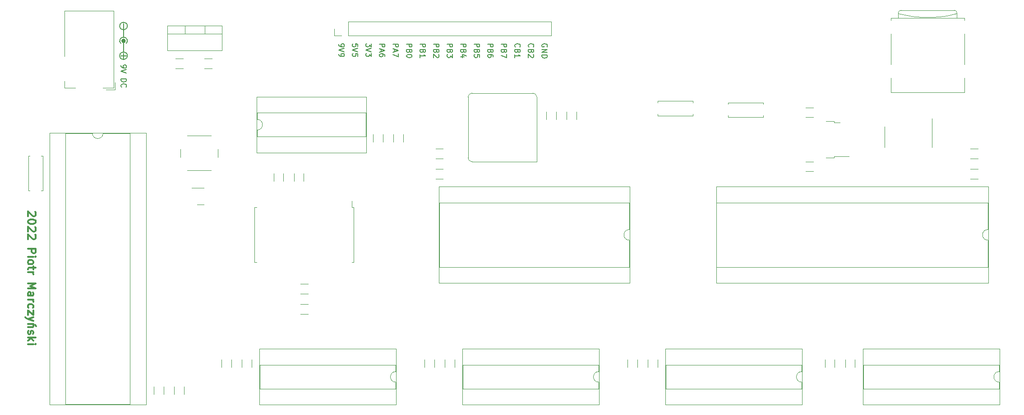
<source format=gbr>
%TF.GenerationSoftware,KiCad,Pcbnew,(6.0.5)*%
%TF.CreationDate,2022-09-15T01:10:35+02:00*%
%TF.ProjectId,65816 computer,36353831-3620-4636-9f6d-70757465722e,rev?*%
%TF.SameCoordinates,Original*%
%TF.FileFunction,Legend,Top*%
%TF.FilePolarity,Positive*%
%FSLAX46Y46*%
G04 Gerber Fmt 4.6, Leading zero omitted, Abs format (unit mm)*
G04 Created by KiCad (PCBNEW (6.0.5)) date 2022-09-15 01:10:35*
%MOMM*%
%LPD*%
G01*
G04 APERTURE LIST*
%ADD10C,0.150000*%
%ADD11C,0.413691*%
%ADD12C,0.300000*%
%ADD13C,0.120000*%
G04 APERTURE END LIST*
D10*
X45466000Y-47289721D02*
X45466000Y-45974000D01*
X45974000Y-48514000D02*
G75*
G03*
X44958000Y-48514000I-508000J506700D01*
G01*
X46184420Y-45212000D02*
G75*
G03*
X46184420Y-45212000I-718420J0D01*
G01*
X45974000Y-50800000D02*
X44958000Y-50800000D01*
X45466000Y-50292000D02*
X45466000Y-51308000D01*
D11*
X45672845Y-48006000D02*
G75*
G03*
X45672845Y-48006000I-206845J0D01*
G01*
D10*
X45466000Y-48007300D02*
X45466000Y-50038000D01*
X45466000Y-44704000D02*
X45466000Y-45720000D01*
X46184420Y-50800000D02*
G75*
G03*
X46184420Y-50800000I-718420J0D01*
G01*
X124960000Y-49119404D02*
X125007619Y-49024166D01*
X125007619Y-48881309D01*
X124960000Y-48738452D01*
X124864761Y-48643214D01*
X124769523Y-48595595D01*
X124579047Y-48547976D01*
X124436190Y-48547976D01*
X124245714Y-48595595D01*
X124150476Y-48643214D01*
X124055238Y-48738452D01*
X124007619Y-48881309D01*
X124007619Y-48976547D01*
X124055238Y-49119404D01*
X124102857Y-49167023D01*
X124436190Y-49167023D01*
X124436190Y-48976547D01*
X124007619Y-49595595D02*
X125007619Y-49595595D01*
X124007619Y-50167023D01*
X125007619Y-50167023D01*
X124007619Y-50643214D02*
X125007619Y-50643214D01*
X125007619Y-50881309D01*
X124960000Y-51024166D01*
X124864761Y-51119404D01*
X124769523Y-51167023D01*
X124579047Y-51214642D01*
X124436190Y-51214642D01*
X124245714Y-51167023D01*
X124150476Y-51119404D01*
X124055238Y-51024166D01*
X124007619Y-50881309D01*
X124007619Y-50643214D01*
X108767619Y-48595595D02*
X109767619Y-48595595D01*
X109767619Y-48976547D01*
X109720000Y-49071785D01*
X109672380Y-49119404D01*
X109577142Y-49167023D01*
X109434285Y-49167023D01*
X109339047Y-49119404D01*
X109291428Y-49071785D01*
X109243809Y-48976547D01*
X109243809Y-48595595D01*
X109291428Y-49928928D02*
X109243809Y-50071785D01*
X109196190Y-50119404D01*
X109100952Y-50167023D01*
X108958095Y-50167023D01*
X108862857Y-50119404D01*
X108815238Y-50071785D01*
X108767619Y-49976547D01*
X108767619Y-49595595D01*
X109767619Y-49595595D01*
X109767619Y-49928928D01*
X109720000Y-50024166D01*
X109672380Y-50071785D01*
X109577142Y-50119404D01*
X109481904Y-50119404D01*
X109386666Y-50071785D01*
X109339047Y-50024166D01*
X109291428Y-49928928D01*
X109291428Y-49595595D01*
X109434285Y-51024166D02*
X108767619Y-51024166D01*
X109815238Y-50786071D02*
X109100952Y-50547976D01*
X109100952Y-51167023D01*
X101147619Y-48595595D02*
X102147619Y-48595595D01*
X102147619Y-48976547D01*
X102100000Y-49071785D01*
X102052380Y-49119404D01*
X101957142Y-49167023D01*
X101814285Y-49167023D01*
X101719047Y-49119404D01*
X101671428Y-49071785D01*
X101623809Y-48976547D01*
X101623809Y-48595595D01*
X101671428Y-49928928D02*
X101623809Y-50071785D01*
X101576190Y-50119404D01*
X101480952Y-50167023D01*
X101338095Y-50167023D01*
X101242857Y-50119404D01*
X101195238Y-50071785D01*
X101147619Y-49976547D01*
X101147619Y-49595595D01*
X102147619Y-49595595D01*
X102147619Y-49928928D01*
X102100000Y-50024166D01*
X102052380Y-50071785D01*
X101957142Y-50119404D01*
X101861904Y-50119404D01*
X101766666Y-50071785D01*
X101719047Y-50024166D01*
X101671428Y-49928928D01*
X101671428Y-49595595D01*
X101147619Y-51119404D02*
X101147619Y-50547976D01*
X101147619Y-50833690D02*
X102147619Y-50833690D01*
X102004761Y-50738452D01*
X101909523Y-50643214D01*
X101861904Y-50547976D01*
X121562857Y-49167023D02*
X121515238Y-49119404D01*
X121467619Y-48976547D01*
X121467619Y-48881309D01*
X121515238Y-48738452D01*
X121610476Y-48643214D01*
X121705714Y-48595595D01*
X121896190Y-48547976D01*
X122039047Y-48547976D01*
X122229523Y-48595595D01*
X122324761Y-48643214D01*
X122420000Y-48738452D01*
X122467619Y-48881309D01*
X122467619Y-48976547D01*
X122420000Y-49119404D01*
X122372380Y-49167023D01*
X121991428Y-49928928D02*
X121943809Y-50071785D01*
X121896190Y-50119404D01*
X121800952Y-50167023D01*
X121658095Y-50167023D01*
X121562857Y-50119404D01*
X121515238Y-50071785D01*
X121467619Y-49976547D01*
X121467619Y-49595595D01*
X122467619Y-49595595D01*
X122467619Y-49928928D01*
X122420000Y-50024166D01*
X122372380Y-50071785D01*
X122277142Y-50119404D01*
X122181904Y-50119404D01*
X122086666Y-50071785D01*
X122039047Y-50024166D01*
X121991428Y-49928928D01*
X121991428Y-49595595D01*
X122372380Y-50547976D02*
X122420000Y-50595595D01*
X122467619Y-50690833D01*
X122467619Y-50928928D01*
X122420000Y-51024166D01*
X122372380Y-51071785D01*
X122277142Y-51119404D01*
X122181904Y-51119404D01*
X122039047Y-51071785D01*
X121467619Y-50500357D01*
X121467619Y-51119404D01*
X91987619Y-48500357D02*
X91987619Y-49119404D01*
X91606666Y-48786071D01*
X91606666Y-48928928D01*
X91559047Y-49024166D01*
X91511428Y-49071785D01*
X91416190Y-49119404D01*
X91178095Y-49119404D01*
X91082857Y-49071785D01*
X91035238Y-49024166D01*
X90987619Y-48928928D01*
X90987619Y-48643214D01*
X91035238Y-48547976D01*
X91082857Y-48500357D01*
X91987619Y-49405119D02*
X90987619Y-49738452D01*
X91987619Y-50071785D01*
X91987619Y-50309880D02*
X91987619Y-50928928D01*
X91606666Y-50595595D01*
X91606666Y-50738452D01*
X91559047Y-50833690D01*
X91511428Y-50881309D01*
X91416190Y-50928928D01*
X91178095Y-50928928D01*
X91082857Y-50881309D01*
X91035238Y-50833690D01*
X90987619Y-50738452D01*
X90987619Y-50452738D01*
X91035238Y-50357500D01*
X91082857Y-50309880D01*
X85907619Y-48643214D02*
X85907619Y-48833690D01*
X85955238Y-48928928D01*
X86002857Y-48976547D01*
X86145714Y-49071785D01*
X86336190Y-49119404D01*
X86717142Y-49119404D01*
X86812380Y-49071785D01*
X86860000Y-49024166D01*
X86907619Y-48928928D01*
X86907619Y-48738452D01*
X86860000Y-48643214D01*
X86812380Y-48595595D01*
X86717142Y-48547976D01*
X86479047Y-48547976D01*
X86383809Y-48595595D01*
X86336190Y-48643214D01*
X86288571Y-48738452D01*
X86288571Y-48928928D01*
X86336190Y-49024166D01*
X86383809Y-49071785D01*
X86479047Y-49119404D01*
X86907619Y-49405119D02*
X85907619Y-49738452D01*
X86907619Y-50071785D01*
X85907619Y-50452738D02*
X85907619Y-50643214D01*
X85955238Y-50738452D01*
X86002857Y-50786071D01*
X86145714Y-50881309D01*
X86336190Y-50928928D01*
X86717142Y-50928928D01*
X86812380Y-50881309D01*
X86860000Y-50833690D01*
X86907619Y-50738452D01*
X86907619Y-50547976D01*
X86860000Y-50452738D01*
X86812380Y-50405119D01*
X86717142Y-50357500D01*
X86479047Y-50357500D01*
X86383809Y-50405119D01*
X86336190Y-50452738D01*
X86288571Y-50547976D01*
X86288571Y-50738452D01*
X86336190Y-50833690D01*
X86383809Y-50881309D01*
X86479047Y-50928928D01*
X93527619Y-48595595D02*
X94527619Y-48595595D01*
X94527619Y-48976547D01*
X94480000Y-49071785D01*
X94432380Y-49119404D01*
X94337142Y-49167023D01*
X94194285Y-49167023D01*
X94099047Y-49119404D01*
X94051428Y-49071785D01*
X94003809Y-48976547D01*
X94003809Y-48595595D01*
X93813333Y-49547976D02*
X93813333Y-50024166D01*
X93527619Y-49452738D02*
X94527619Y-49786071D01*
X93527619Y-50119404D01*
X94527619Y-50881309D02*
X94527619Y-50690833D01*
X94480000Y-50595595D01*
X94432380Y-50547976D01*
X94289523Y-50452738D01*
X94099047Y-50405119D01*
X93718095Y-50405119D01*
X93622857Y-50452738D01*
X93575238Y-50500357D01*
X93527619Y-50595595D01*
X93527619Y-50786071D01*
X93575238Y-50881309D01*
X93622857Y-50928928D01*
X93718095Y-50976547D01*
X93956190Y-50976547D01*
X94051428Y-50928928D01*
X94099047Y-50881309D01*
X94146666Y-50786071D01*
X94146666Y-50595595D01*
X94099047Y-50500357D01*
X94051428Y-50452738D01*
X93956190Y-50405119D01*
X45013619Y-52610000D02*
X45013619Y-52800476D01*
X45061238Y-52895714D01*
X45108857Y-52943333D01*
X45251714Y-53038571D01*
X45442190Y-53086190D01*
X45823142Y-53086190D01*
X45918380Y-53038571D01*
X45966000Y-52990952D01*
X46013619Y-52895714D01*
X46013619Y-52705238D01*
X45966000Y-52610000D01*
X45918380Y-52562380D01*
X45823142Y-52514761D01*
X45585047Y-52514761D01*
X45489809Y-52562380D01*
X45442190Y-52610000D01*
X45394571Y-52705238D01*
X45394571Y-52895714D01*
X45442190Y-52990952D01*
X45489809Y-53038571D01*
X45585047Y-53086190D01*
X46013619Y-53371904D02*
X45013619Y-53705238D01*
X46013619Y-54038571D01*
X45013619Y-55133809D02*
X46013619Y-55133809D01*
X46013619Y-55371904D01*
X45966000Y-55514761D01*
X45870761Y-55610000D01*
X45775523Y-55657619D01*
X45585047Y-55705238D01*
X45442190Y-55705238D01*
X45251714Y-55657619D01*
X45156476Y-55610000D01*
X45061238Y-55514761D01*
X45013619Y-55371904D01*
X45013619Y-55133809D01*
X45108857Y-56705238D02*
X45061238Y-56657619D01*
X45013619Y-56514761D01*
X45013619Y-56419523D01*
X45061238Y-56276666D01*
X45156476Y-56181428D01*
X45251714Y-56133809D01*
X45442190Y-56086190D01*
X45585047Y-56086190D01*
X45775523Y-56133809D01*
X45870761Y-56181428D01*
X45966000Y-56276666D01*
X46013619Y-56419523D01*
X46013619Y-56514761D01*
X45966000Y-56657619D01*
X45918380Y-56705238D01*
X111307619Y-48595595D02*
X112307619Y-48595595D01*
X112307619Y-48976547D01*
X112260000Y-49071785D01*
X112212380Y-49119404D01*
X112117142Y-49167023D01*
X111974285Y-49167023D01*
X111879047Y-49119404D01*
X111831428Y-49071785D01*
X111783809Y-48976547D01*
X111783809Y-48595595D01*
X111831428Y-49928928D02*
X111783809Y-50071785D01*
X111736190Y-50119404D01*
X111640952Y-50167023D01*
X111498095Y-50167023D01*
X111402857Y-50119404D01*
X111355238Y-50071785D01*
X111307619Y-49976547D01*
X111307619Y-49595595D01*
X112307619Y-49595595D01*
X112307619Y-49928928D01*
X112260000Y-50024166D01*
X112212380Y-50071785D01*
X112117142Y-50119404D01*
X112021904Y-50119404D01*
X111926666Y-50071785D01*
X111879047Y-50024166D01*
X111831428Y-49928928D01*
X111831428Y-49595595D01*
X112307619Y-51071785D02*
X112307619Y-50595595D01*
X111831428Y-50547976D01*
X111879047Y-50595595D01*
X111926666Y-50690833D01*
X111926666Y-50928928D01*
X111879047Y-51024166D01*
X111831428Y-51071785D01*
X111736190Y-51119404D01*
X111498095Y-51119404D01*
X111402857Y-51071785D01*
X111355238Y-51024166D01*
X111307619Y-50928928D01*
X111307619Y-50690833D01*
X111355238Y-50595595D01*
X111402857Y-50547976D01*
X98607619Y-48595595D02*
X99607619Y-48595595D01*
X99607619Y-48976547D01*
X99560000Y-49071785D01*
X99512380Y-49119404D01*
X99417142Y-49167023D01*
X99274285Y-49167023D01*
X99179047Y-49119404D01*
X99131428Y-49071785D01*
X99083809Y-48976547D01*
X99083809Y-48595595D01*
X99131428Y-49928928D02*
X99083809Y-50071785D01*
X99036190Y-50119404D01*
X98940952Y-50167023D01*
X98798095Y-50167023D01*
X98702857Y-50119404D01*
X98655238Y-50071785D01*
X98607619Y-49976547D01*
X98607619Y-49595595D01*
X99607619Y-49595595D01*
X99607619Y-49928928D01*
X99560000Y-50024166D01*
X99512380Y-50071785D01*
X99417142Y-50119404D01*
X99321904Y-50119404D01*
X99226666Y-50071785D01*
X99179047Y-50024166D01*
X99131428Y-49928928D01*
X99131428Y-49595595D01*
X99607619Y-50786071D02*
X99607619Y-50881309D01*
X99560000Y-50976547D01*
X99512380Y-51024166D01*
X99417142Y-51071785D01*
X99226666Y-51119404D01*
X98988571Y-51119404D01*
X98798095Y-51071785D01*
X98702857Y-51024166D01*
X98655238Y-50976547D01*
X98607619Y-50881309D01*
X98607619Y-50786071D01*
X98655238Y-50690833D01*
X98702857Y-50643214D01*
X98798095Y-50595595D01*
X98988571Y-50547976D01*
X99226666Y-50547976D01*
X99417142Y-50595595D01*
X99512380Y-50643214D01*
X99560000Y-50690833D01*
X99607619Y-50786071D01*
X113847619Y-48595595D02*
X114847619Y-48595595D01*
X114847619Y-48976547D01*
X114800000Y-49071785D01*
X114752380Y-49119404D01*
X114657142Y-49167023D01*
X114514285Y-49167023D01*
X114419047Y-49119404D01*
X114371428Y-49071785D01*
X114323809Y-48976547D01*
X114323809Y-48595595D01*
X114371428Y-49928928D02*
X114323809Y-50071785D01*
X114276190Y-50119404D01*
X114180952Y-50167023D01*
X114038095Y-50167023D01*
X113942857Y-50119404D01*
X113895238Y-50071785D01*
X113847619Y-49976547D01*
X113847619Y-49595595D01*
X114847619Y-49595595D01*
X114847619Y-49928928D01*
X114800000Y-50024166D01*
X114752380Y-50071785D01*
X114657142Y-50119404D01*
X114561904Y-50119404D01*
X114466666Y-50071785D01*
X114419047Y-50024166D01*
X114371428Y-49928928D01*
X114371428Y-49595595D01*
X114847619Y-51024166D02*
X114847619Y-50833690D01*
X114800000Y-50738452D01*
X114752380Y-50690833D01*
X114609523Y-50595595D01*
X114419047Y-50547976D01*
X114038095Y-50547976D01*
X113942857Y-50595595D01*
X113895238Y-50643214D01*
X113847619Y-50738452D01*
X113847619Y-50928928D01*
X113895238Y-51024166D01*
X113942857Y-51071785D01*
X114038095Y-51119404D01*
X114276190Y-51119404D01*
X114371428Y-51071785D01*
X114419047Y-51024166D01*
X114466666Y-50928928D01*
X114466666Y-50738452D01*
X114419047Y-50643214D01*
X114371428Y-50595595D01*
X114276190Y-50547976D01*
X119022857Y-49167023D02*
X118975238Y-49119404D01*
X118927619Y-48976547D01*
X118927619Y-48881309D01*
X118975238Y-48738452D01*
X119070476Y-48643214D01*
X119165714Y-48595595D01*
X119356190Y-48547976D01*
X119499047Y-48547976D01*
X119689523Y-48595595D01*
X119784761Y-48643214D01*
X119880000Y-48738452D01*
X119927619Y-48881309D01*
X119927619Y-48976547D01*
X119880000Y-49119404D01*
X119832380Y-49167023D01*
X119451428Y-49928928D02*
X119403809Y-50071785D01*
X119356190Y-50119404D01*
X119260952Y-50167023D01*
X119118095Y-50167023D01*
X119022857Y-50119404D01*
X118975238Y-50071785D01*
X118927619Y-49976547D01*
X118927619Y-49595595D01*
X119927619Y-49595595D01*
X119927619Y-49928928D01*
X119880000Y-50024166D01*
X119832380Y-50071785D01*
X119737142Y-50119404D01*
X119641904Y-50119404D01*
X119546666Y-50071785D01*
X119499047Y-50024166D01*
X119451428Y-49928928D01*
X119451428Y-49595595D01*
X118927619Y-51119404D02*
X118927619Y-50547976D01*
X118927619Y-50833690D02*
X119927619Y-50833690D01*
X119784761Y-50738452D01*
X119689523Y-50643214D01*
X119641904Y-50547976D01*
X116387619Y-48595595D02*
X117387619Y-48595595D01*
X117387619Y-48976547D01*
X117340000Y-49071785D01*
X117292380Y-49119404D01*
X117197142Y-49167023D01*
X117054285Y-49167023D01*
X116959047Y-49119404D01*
X116911428Y-49071785D01*
X116863809Y-48976547D01*
X116863809Y-48595595D01*
X116911428Y-49928928D02*
X116863809Y-50071785D01*
X116816190Y-50119404D01*
X116720952Y-50167023D01*
X116578095Y-50167023D01*
X116482857Y-50119404D01*
X116435238Y-50071785D01*
X116387619Y-49976547D01*
X116387619Y-49595595D01*
X117387619Y-49595595D01*
X117387619Y-49928928D01*
X117340000Y-50024166D01*
X117292380Y-50071785D01*
X117197142Y-50119404D01*
X117101904Y-50119404D01*
X117006666Y-50071785D01*
X116959047Y-50024166D01*
X116911428Y-49928928D01*
X116911428Y-49595595D01*
X117387619Y-50500357D02*
X117387619Y-51167023D01*
X116387619Y-50738452D01*
X103687619Y-48595595D02*
X104687619Y-48595595D01*
X104687619Y-48976547D01*
X104640000Y-49071785D01*
X104592380Y-49119404D01*
X104497142Y-49167023D01*
X104354285Y-49167023D01*
X104259047Y-49119404D01*
X104211428Y-49071785D01*
X104163809Y-48976547D01*
X104163809Y-48595595D01*
X104211428Y-49928928D02*
X104163809Y-50071785D01*
X104116190Y-50119404D01*
X104020952Y-50167023D01*
X103878095Y-50167023D01*
X103782857Y-50119404D01*
X103735238Y-50071785D01*
X103687619Y-49976547D01*
X103687619Y-49595595D01*
X104687619Y-49595595D01*
X104687619Y-49928928D01*
X104640000Y-50024166D01*
X104592380Y-50071785D01*
X104497142Y-50119404D01*
X104401904Y-50119404D01*
X104306666Y-50071785D01*
X104259047Y-50024166D01*
X104211428Y-49928928D01*
X104211428Y-49595595D01*
X104592380Y-50547976D02*
X104640000Y-50595595D01*
X104687619Y-50690833D01*
X104687619Y-50928928D01*
X104640000Y-51024166D01*
X104592380Y-51071785D01*
X104497142Y-51119404D01*
X104401904Y-51119404D01*
X104259047Y-51071785D01*
X103687619Y-50500357D01*
X103687619Y-51119404D01*
X89447619Y-49071785D02*
X89447619Y-48595595D01*
X88971428Y-48547976D01*
X89019047Y-48595595D01*
X89066666Y-48690833D01*
X89066666Y-48928928D01*
X89019047Y-49024166D01*
X88971428Y-49071785D01*
X88876190Y-49119404D01*
X88638095Y-49119404D01*
X88542857Y-49071785D01*
X88495238Y-49024166D01*
X88447619Y-48928928D01*
X88447619Y-48690833D01*
X88495238Y-48595595D01*
X88542857Y-48547976D01*
X89447619Y-49405119D02*
X88447619Y-49738452D01*
X89447619Y-50071785D01*
X89447619Y-50881309D02*
X89447619Y-50405119D01*
X88971428Y-50357500D01*
X89019047Y-50405119D01*
X89066666Y-50500357D01*
X89066666Y-50738452D01*
X89019047Y-50833690D01*
X88971428Y-50881309D01*
X88876190Y-50928928D01*
X88638095Y-50928928D01*
X88542857Y-50881309D01*
X88495238Y-50833690D01*
X88447619Y-50738452D01*
X88447619Y-50500357D01*
X88495238Y-50405119D01*
X88542857Y-50357500D01*
X96067619Y-48595595D02*
X97067619Y-48595595D01*
X97067619Y-48976547D01*
X97020000Y-49071785D01*
X96972380Y-49119404D01*
X96877142Y-49167023D01*
X96734285Y-49167023D01*
X96639047Y-49119404D01*
X96591428Y-49071785D01*
X96543809Y-48976547D01*
X96543809Y-48595595D01*
X96353333Y-49547976D02*
X96353333Y-50024166D01*
X96067619Y-49452738D02*
X97067619Y-49786071D01*
X96067619Y-50119404D01*
X97067619Y-50357500D02*
X97067619Y-51024166D01*
X96067619Y-50595595D01*
X106227619Y-48595595D02*
X107227619Y-48595595D01*
X107227619Y-48976547D01*
X107180000Y-49071785D01*
X107132380Y-49119404D01*
X107037142Y-49167023D01*
X106894285Y-49167023D01*
X106799047Y-49119404D01*
X106751428Y-49071785D01*
X106703809Y-48976547D01*
X106703809Y-48595595D01*
X106751428Y-49928928D02*
X106703809Y-50071785D01*
X106656190Y-50119404D01*
X106560952Y-50167023D01*
X106418095Y-50167023D01*
X106322857Y-50119404D01*
X106275238Y-50071785D01*
X106227619Y-49976547D01*
X106227619Y-49595595D01*
X107227619Y-49595595D01*
X107227619Y-49928928D01*
X107180000Y-50024166D01*
X107132380Y-50071785D01*
X107037142Y-50119404D01*
X106941904Y-50119404D01*
X106846666Y-50071785D01*
X106799047Y-50024166D01*
X106751428Y-49928928D01*
X106751428Y-49595595D01*
X107227619Y-50500357D02*
X107227619Y-51119404D01*
X106846666Y-50786071D01*
X106846666Y-50928928D01*
X106799047Y-51024166D01*
X106751428Y-51071785D01*
X106656190Y-51119404D01*
X106418095Y-51119404D01*
X106322857Y-51071785D01*
X106275238Y-51024166D01*
X106227619Y-50928928D01*
X106227619Y-50643214D01*
X106275238Y-50547976D01*
X106322857Y-50500357D01*
D12*
X28872571Y-80118714D02*
X28944000Y-80190142D01*
X29015428Y-80333000D01*
X29015428Y-80690142D01*
X28944000Y-80833000D01*
X28872571Y-80904428D01*
X28729714Y-80975857D01*
X28586857Y-80975857D01*
X28372571Y-80904428D01*
X27515428Y-80047285D01*
X27515428Y-80975857D01*
X29015428Y-81904428D02*
X29015428Y-82047285D01*
X28944000Y-82190142D01*
X28872571Y-82261571D01*
X28729714Y-82333000D01*
X28444000Y-82404428D01*
X28086857Y-82404428D01*
X27801142Y-82333000D01*
X27658285Y-82261571D01*
X27586857Y-82190142D01*
X27515428Y-82047285D01*
X27515428Y-81904428D01*
X27586857Y-81761571D01*
X27658285Y-81690142D01*
X27801142Y-81618714D01*
X28086857Y-81547285D01*
X28444000Y-81547285D01*
X28729714Y-81618714D01*
X28872571Y-81690142D01*
X28944000Y-81761571D01*
X29015428Y-81904428D01*
X28872571Y-82975857D02*
X28944000Y-83047285D01*
X29015428Y-83190142D01*
X29015428Y-83547285D01*
X28944000Y-83690142D01*
X28872571Y-83761571D01*
X28729714Y-83833000D01*
X28586857Y-83833000D01*
X28372571Y-83761571D01*
X27515428Y-82904428D01*
X27515428Y-83833000D01*
X28872571Y-84404428D02*
X28944000Y-84475857D01*
X29015428Y-84618714D01*
X29015428Y-84975857D01*
X28944000Y-85118714D01*
X28872571Y-85190142D01*
X28729714Y-85261571D01*
X28586857Y-85261571D01*
X28372571Y-85190142D01*
X27515428Y-84333000D01*
X27515428Y-85261571D01*
X27515428Y-87047285D02*
X29015428Y-87047285D01*
X29015428Y-87618714D01*
X28944000Y-87761571D01*
X28872571Y-87833000D01*
X28729714Y-87904428D01*
X28515428Y-87904428D01*
X28372571Y-87833000D01*
X28301142Y-87761571D01*
X28229714Y-87618714D01*
X28229714Y-87047285D01*
X27515428Y-88547285D02*
X28515428Y-88547285D01*
X29015428Y-88547285D02*
X28944000Y-88475857D01*
X28872571Y-88547285D01*
X28944000Y-88618714D01*
X29015428Y-88547285D01*
X28872571Y-88547285D01*
X27515428Y-89475857D02*
X27586857Y-89333000D01*
X27658285Y-89261571D01*
X27801142Y-89190142D01*
X28229714Y-89190142D01*
X28372571Y-89261571D01*
X28444000Y-89333000D01*
X28515428Y-89475857D01*
X28515428Y-89690142D01*
X28444000Y-89833000D01*
X28372571Y-89904428D01*
X28229714Y-89975857D01*
X27801142Y-89975857D01*
X27658285Y-89904428D01*
X27586857Y-89833000D01*
X27515428Y-89690142D01*
X27515428Y-89475857D01*
X28515428Y-90404428D02*
X28515428Y-90975857D01*
X29015428Y-90618714D02*
X27729714Y-90618714D01*
X27586857Y-90690142D01*
X27515428Y-90833000D01*
X27515428Y-90975857D01*
X27515428Y-91475857D02*
X28515428Y-91475857D01*
X28229714Y-91475857D02*
X28372571Y-91547285D01*
X28444000Y-91618714D01*
X28515428Y-91761571D01*
X28515428Y-91904428D01*
X27515428Y-93547285D02*
X29015428Y-93547285D01*
X27944000Y-94047285D01*
X29015428Y-94547285D01*
X27515428Y-94547285D01*
X27515428Y-95904428D02*
X28301142Y-95904428D01*
X28444000Y-95833000D01*
X28515428Y-95690142D01*
X28515428Y-95404428D01*
X28444000Y-95261571D01*
X27586857Y-95904428D02*
X27515428Y-95761571D01*
X27515428Y-95404428D01*
X27586857Y-95261571D01*
X27729714Y-95190142D01*
X27872571Y-95190142D01*
X28015428Y-95261571D01*
X28086857Y-95404428D01*
X28086857Y-95761571D01*
X28158285Y-95904428D01*
X27515428Y-96618714D02*
X28515428Y-96618714D01*
X28229714Y-96618714D02*
X28372571Y-96690142D01*
X28444000Y-96761571D01*
X28515428Y-96904428D01*
X28515428Y-97047285D01*
X27586857Y-98190142D02*
X27515428Y-98047285D01*
X27515428Y-97761571D01*
X27586857Y-97618714D01*
X27658285Y-97547285D01*
X27801142Y-97475857D01*
X28229714Y-97475857D01*
X28372571Y-97547285D01*
X28444000Y-97618714D01*
X28515428Y-97761571D01*
X28515428Y-98047285D01*
X28444000Y-98190142D01*
X28515428Y-98690142D02*
X28515428Y-99475857D01*
X27515428Y-98690142D01*
X27515428Y-99475857D01*
X28515428Y-99904428D02*
X27515428Y-100261571D01*
X28515428Y-100618714D02*
X27515428Y-100261571D01*
X27158285Y-100118714D01*
X27086857Y-100047285D01*
X27015428Y-99904428D01*
X28515428Y-101190142D02*
X27515428Y-101190142D01*
X28372571Y-101190142D02*
X28444000Y-101261571D01*
X28515428Y-101404428D01*
X28515428Y-101618714D01*
X28444000Y-101761571D01*
X28301142Y-101833000D01*
X27515428Y-101833000D01*
X29086857Y-101618714D02*
X28872571Y-101404428D01*
X27586857Y-102475857D02*
X27515428Y-102618714D01*
X27515428Y-102904428D01*
X27586857Y-103047285D01*
X27729714Y-103118714D01*
X27801142Y-103118714D01*
X27943999Y-103047285D01*
X28015428Y-102904428D01*
X28015428Y-102690142D01*
X28086857Y-102547285D01*
X28229714Y-102475857D01*
X28301142Y-102475857D01*
X28444000Y-102547285D01*
X28515428Y-102690142D01*
X28515428Y-102904428D01*
X28443999Y-103047285D01*
X27515428Y-103761571D02*
X29015428Y-103761571D01*
X28086857Y-103904428D02*
X27515428Y-104333000D01*
X28515428Y-104333000D02*
X27943999Y-103761571D01*
X27515428Y-104975857D02*
X28515428Y-104975857D01*
X29015428Y-104975857D02*
X28943999Y-104904428D01*
X28872571Y-104975857D01*
X28943999Y-105047285D01*
X29015428Y-104975857D01*
X28872571Y-104975857D01*
D13*
%TO.C,C19*%
X96128000Y-65592748D02*
X96128000Y-67015252D01*
X97948000Y-65592748D02*
X97948000Y-67015252D01*
%TO.C,C5*%
X78663748Y-95525000D02*
X80086252Y-95525000D01*
X78663748Y-93705000D02*
X80086252Y-93705000D01*
%TO.C,U10*%
X91052000Y-69004000D02*
X91052000Y-58504000D01*
X70492000Y-69004000D02*
X91052000Y-69004000D01*
X91052000Y-58504000D02*
X70492000Y-58504000D01*
X70552000Y-66004000D02*
X90992000Y-66004000D01*
X90992000Y-66004000D02*
X90992000Y-61504000D01*
X70552000Y-61504000D02*
X70552000Y-62754000D01*
X70492000Y-58504000D02*
X70492000Y-69004000D01*
X70552000Y-64754000D02*
X70552000Y-66004000D01*
X90992000Y-61504000D02*
X70552000Y-61504000D01*
X70552000Y-64754000D02*
G75*
G03*
X70552000Y-62754000I0J1000000D01*
G01*
%TO.C,C1*%
X55243307Y-53163000D02*
X56665811Y-53163000D01*
X55243307Y-51343000D02*
X56665811Y-51343000D01*
%TO.C,J1*%
X34404000Y-50934000D02*
X34404000Y-42334000D01*
X43604000Y-56834000D02*
X41604000Y-56834000D01*
X34404000Y-56834000D02*
X34404000Y-55534000D01*
X36404000Y-56834000D02*
X34404000Y-56834000D01*
X43604000Y-42334000D02*
X43604000Y-56834000D01*
X34404000Y-42334000D02*
X43604000Y-42334000D01*
X42204000Y-57134000D02*
X43904000Y-57134000D01*
X43904000Y-57134000D02*
X43904000Y-55834000D01*
%TO.C,C16*%
X63860000Y-109296252D02*
X63860000Y-107873748D01*
X65680000Y-109296252D02*
X65680000Y-107873748D01*
%TO.C,SW1*%
X63190000Y-69838000D02*
X63190000Y-68338000D01*
X61940000Y-65838000D02*
X57440000Y-65838000D01*
X57440000Y-72338000D02*
X61940000Y-72338000D01*
X56190000Y-68338000D02*
X56190000Y-69838000D01*
%TO.C,C8*%
X75459000Y-72948748D02*
X75459000Y-74371252D01*
X73639000Y-72948748D02*
X73639000Y-74371252D01*
%TO.C,C15*%
X67670000Y-109296252D02*
X67670000Y-107873748D01*
X69490000Y-109296252D02*
X69490000Y-107873748D01*
%TO.C,U4*%
X134675000Y-108885000D02*
X109155000Y-108885000D01*
X109095000Y-116385000D02*
X134735000Y-116385000D01*
X134735000Y-105885000D02*
X109095000Y-105885000D01*
X134735000Y-116385000D02*
X134735000Y-105885000D01*
X109155000Y-113385000D02*
X134675000Y-113385000D01*
X109095000Y-105885000D02*
X109095000Y-116385000D01*
X134675000Y-113385000D02*
X134675000Y-112135000D01*
X134675000Y-110135000D02*
X134675000Y-108885000D01*
X109155000Y-108885000D02*
X109155000Y-113385000D01*
X134675000Y-110135000D02*
G75*
G03*
X134675000Y-112135000I0J-1000000D01*
G01*
%TO.C,U5*%
X70060000Y-84450000D02*
X70060000Y-89640000D01*
X88310000Y-79260000D02*
X88310000Y-78100000D01*
X88690000Y-79260000D02*
X88310000Y-79260000D01*
X88690000Y-89640000D02*
X88310000Y-89640000D01*
X70060000Y-79260000D02*
X70440000Y-79260000D01*
X70060000Y-84450000D02*
X70060000Y-79260000D01*
X70060000Y-89640000D02*
X70440000Y-89640000D01*
X88690000Y-84450000D02*
X88690000Y-89640000D01*
X88690000Y-84450000D02*
X88690000Y-79260000D01*
%TO.C,U3*%
X178814000Y-69728000D02*
X181644000Y-69728000D01*
X178814000Y-63368000D02*
X179914000Y-63368000D01*
X177314000Y-69998000D02*
X178814000Y-69998000D01*
X177314000Y-63098000D02*
X178814000Y-63098000D01*
X178814000Y-69998000D02*
X178814000Y-69728000D01*
X178814000Y-63098000D02*
X178814000Y-63368000D01*
%TO.C,R2*%
X158962559Y-59920000D02*
X158962559Y-59590000D01*
X165502559Y-59590000D02*
X165502559Y-59920000D01*
X158962559Y-59590000D02*
X165502559Y-59590000D01*
X158962559Y-62000000D02*
X158962559Y-62330000D01*
X158962559Y-62330000D02*
X165502559Y-62330000D01*
X165502559Y-62330000D02*
X165502559Y-62000000D01*
%TO.C,C17*%
X104048748Y-72115000D02*
X105471252Y-72115000D01*
X104048748Y-73935000D02*
X105471252Y-73935000D01*
%TO.C,U8*%
X70995000Y-116385000D02*
X96635000Y-116385000D01*
X96575000Y-113385000D02*
X96575000Y-112135000D01*
X96575000Y-108885000D02*
X71055000Y-108885000D01*
X71055000Y-113385000D02*
X96575000Y-113385000D01*
X70995000Y-105885000D02*
X70995000Y-116385000D01*
X96575000Y-110135000D02*
X96575000Y-108885000D01*
X71055000Y-108885000D02*
X71055000Y-113385000D01*
X96635000Y-105885000D02*
X70995000Y-105885000D01*
X96635000Y-116385000D02*
X96635000Y-105885000D01*
X96575000Y-110135000D02*
G75*
G03*
X96575000Y-112135000I0J-1000000D01*
G01*
%TO.C,U12*%
X209832480Y-108885000D02*
X184312480Y-108885000D01*
X209832480Y-110135000D02*
X209832480Y-108885000D01*
X209892480Y-116385000D02*
X209892480Y-105885000D01*
X184312480Y-113385000D02*
X209832480Y-113385000D01*
X184312480Y-108885000D02*
X184312480Y-113385000D01*
X209832480Y-113385000D02*
X209832480Y-112135000D01*
X184252480Y-105885000D02*
X184252480Y-116385000D01*
X209892480Y-105885000D02*
X184252480Y-105885000D01*
X184252480Y-116385000D02*
X209892480Y-116385000D01*
X209832480Y-110135000D02*
G75*
G03*
X209832480Y-112135000I0J-1000000D01*
G01*
%TO.C,C23*%
X145690000Y-109296252D02*
X145690000Y-107873748D01*
X143870000Y-109296252D02*
X143870000Y-107873748D01*
%TO.C,C2*%
X62105811Y-51343000D02*
X60683307Y-51343000D01*
X62105811Y-53163000D02*
X60683307Y-53163000D01*
%TO.C,U6*%
X31575000Y-65290000D02*
X31575000Y-116330000D01*
X46695000Y-116270000D02*
X46695000Y-65350000D01*
X34575000Y-116270000D02*
X46695000Y-116270000D01*
X46695000Y-65350000D02*
X41635000Y-65350000D01*
X49695000Y-116330000D02*
X49695000Y-65290000D01*
X39635000Y-65350000D02*
X34575000Y-65350000D01*
X34575000Y-65350000D02*
X34575000Y-116270000D01*
X31575000Y-116330000D02*
X49695000Y-116330000D01*
X49695000Y-65290000D02*
X31575000Y-65290000D01*
X39635000Y-65350000D02*
G75*
G03*
X41635000Y-65350000I1000000J0D01*
G01*
%TO.C,U2*%
X59944000Y-75656000D02*
X60594000Y-75656000D01*
X59944000Y-78776000D02*
X59294000Y-78776000D01*
X59944000Y-78776000D02*
X60594000Y-78776000D01*
X59944000Y-75656000D02*
X58269000Y-75656000D01*
%TO.C,C12*%
X56790000Y-112953748D02*
X56790000Y-114376252D01*
X54970000Y-112953748D02*
X54970000Y-114376252D01*
%TO.C,U7*%
X207760000Y-75390000D02*
X156720000Y-75390000D01*
X207700000Y-90510000D02*
X207700000Y-85450000D01*
X207760000Y-93510000D02*
X207760000Y-75390000D01*
X156780000Y-78390000D02*
X156780000Y-90510000D01*
X207700000Y-83450000D02*
X207700000Y-78390000D01*
X156780000Y-90510000D02*
X207700000Y-90510000D01*
X156720000Y-93510000D02*
X207760000Y-93510000D01*
X207700000Y-78390000D02*
X156780000Y-78390000D01*
X156720000Y-75390000D02*
X156720000Y-93510000D01*
X207700000Y-83450000D02*
G75*
G03*
X207700000Y-85450000I0J-1000000D01*
G01*
%TO.C,C21*%
X128630000Y-62725752D02*
X128630000Y-61303248D01*
X130450000Y-62725752D02*
X130450000Y-61303248D01*
%TO.C,C6*%
X77449000Y-72948748D02*
X77449000Y-74371252D01*
X79269000Y-72948748D02*
X79269000Y-74371252D01*
%TO.C,X1*%
X110886000Y-70712000D02*
X123036000Y-70712000D01*
X123036000Y-70712000D02*
X123036000Y-58562000D01*
X110136000Y-58562000D02*
X110136000Y-69962000D01*
X122286000Y-57812000D02*
X110886000Y-57812000D01*
X123036000Y-58562000D02*
G75*
G03*
X122286000Y-57812000I-750000J0D01*
G01*
X110136000Y-69962000D02*
G75*
G03*
X110886000Y-70712000I750000J0D01*
G01*
X110886000Y-57812000D02*
G75*
G03*
X110136000Y-58562000I0J-750000D01*
G01*
%TO.C,J5*%
X86360000Y-47050000D02*
X85030000Y-47050000D01*
X125790000Y-47050000D02*
X125790000Y-44390000D01*
X87630000Y-47050000D02*
X87630000Y-44390000D01*
X87630000Y-44390000D02*
X125790000Y-44390000D01*
X87630000Y-47050000D02*
X125790000Y-47050000D01*
X85030000Y-47050000D02*
X85030000Y-45720000D01*
%TO.C,C24*%
X141880000Y-109296252D02*
X141880000Y-107873748D01*
X140060000Y-109296252D02*
X140060000Y-107873748D01*
%TO.C,U9*%
X197221000Y-66040000D02*
X197221000Y-62590000D01*
X197221000Y-66040000D02*
X197221000Y-67990000D01*
X188351000Y-66040000D02*
X188351000Y-64090000D01*
X188351000Y-66040000D02*
X188351000Y-67990000D01*
%TO.C,C20*%
X92318000Y-65592748D02*
X92318000Y-67015252D01*
X94138000Y-65592748D02*
X94138000Y-67015252D01*
%TO.C,C25*%
X182747480Y-109296252D02*
X182747480Y-107873748D01*
X180927480Y-109296252D02*
X180927480Y-107873748D01*
%TO.C,U11*%
X140395000Y-90515000D02*
X140395000Y-85455000D01*
X140395000Y-83455000D02*
X140395000Y-78395000D01*
X104715000Y-90515000D02*
X140395000Y-90515000D01*
X104655000Y-93515000D02*
X140455000Y-93515000D01*
X140395000Y-78395000D02*
X104715000Y-78395000D01*
X140455000Y-75395000D02*
X104655000Y-75395000D01*
X140455000Y-93515000D02*
X140455000Y-75395000D01*
X104655000Y-75395000D02*
X104655000Y-93515000D01*
X104715000Y-78395000D02*
X104715000Y-90515000D01*
X140395000Y-83455000D02*
G75*
G03*
X140395000Y-85455000I0J-1000000D01*
G01*
%TO.C,C7*%
X78663748Y-99330000D02*
X80086252Y-99330000D01*
X78663748Y-97510000D02*
X80086252Y-97510000D01*
%TO.C,C14*%
X204383748Y-70125000D02*
X205806252Y-70125000D01*
X204383748Y-68305000D02*
X205806252Y-68305000D01*
%TO.C,C18*%
X104048748Y-70125000D02*
X105471252Y-70125000D01*
X104048748Y-68305000D02*
X105471252Y-68305000D01*
%TO.C,C3*%
X107590000Y-109296252D02*
X107590000Y-107873748D01*
X105770000Y-109296252D02*
X105770000Y-107873748D01*
%TO.C,C9*%
X174955252Y-72538000D02*
X173532748Y-72538000D01*
X174955252Y-70718000D02*
X173532748Y-70718000D01*
%TO.C,C4*%
X103780000Y-109296252D02*
X103780000Y-107873748D01*
X101960000Y-109296252D02*
X101960000Y-107873748D01*
%TO.C,C10*%
X174955252Y-60558000D02*
X173532748Y-60558000D01*
X174955252Y-62378000D02*
X173532748Y-62378000D01*
%TO.C,C26*%
X177117480Y-109296252D02*
X177117480Y-107873748D01*
X178937480Y-109296252D02*
X178937480Y-107873748D01*
%TO.C,U13*%
X172775000Y-110135000D02*
X172775000Y-108885000D01*
X147195000Y-116385000D02*
X172835000Y-116385000D01*
X172835000Y-116385000D02*
X172835000Y-105885000D01*
X172775000Y-108885000D02*
X147255000Y-108885000D01*
X147255000Y-108885000D02*
X147255000Y-113385000D01*
X147195000Y-105885000D02*
X147195000Y-116385000D01*
X172835000Y-105885000D02*
X147195000Y-105885000D01*
X147255000Y-113385000D02*
X172775000Y-113385000D01*
X172775000Y-113385000D02*
X172775000Y-112135000D01*
X172775000Y-110135000D02*
G75*
G03*
X172775000Y-112135000I0J-1000000D01*
G01*
%TO.C,C13*%
X204383748Y-72115000D02*
X205806252Y-72115000D01*
X204383748Y-73935000D02*
X205806252Y-73935000D01*
%TO.C,R1*%
X145754559Y-61728978D02*
X145754559Y-62058978D01*
X152294559Y-59318978D02*
X152294559Y-59648978D01*
X145754559Y-59648978D02*
X145754559Y-59318978D01*
X145754559Y-62058978D02*
X152294559Y-62058978D01*
X152294559Y-62058978D02*
X152294559Y-61728978D01*
X145754559Y-59318978D02*
X152294559Y-59318978D01*
%TO.C,J4*%
X189486070Y-43746000D02*
X189486070Y-44146000D01*
X200096070Y-43246000D02*
X201396070Y-42946000D01*
X191396070Y-42246000D02*
X201396070Y-42246000D01*
X201396070Y-42946000D02*
X201896070Y-42846000D01*
X193396070Y-43346000D02*
X194196070Y-43446000D01*
X189486070Y-43746000D02*
X203306070Y-43746000D01*
X189486070Y-54966000D02*
X189486070Y-57666000D01*
X195496070Y-43546000D02*
X197296070Y-43546000D01*
X203306070Y-57666000D02*
X189486070Y-57666000D01*
X194196070Y-43446000D02*
X195496070Y-43546000D01*
X191696070Y-43046000D02*
X193396070Y-43346000D01*
X203306070Y-43746000D02*
X203306070Y-44146000D01*
X190896070Y-43746000D02*
X190896070Y-42746000D01*
X189486070Y-46666000D02*
X189486070Y-52446000D01*
X190896070Y-42846000D02*
X191696070Y-43046000D01*
X197296070Y-43546000D02*
X198596070Y-43446000D01*
X203306070Y-54966000D02*
X203306070Y-57666000D01*
X201896070Y-43746000D02*
X201896070Y-42746000D01*
X203306070Y-46666000D02*
X203306070Y-52446000D01*
X198596070Y-43446000D02*
X200096070Y-43246000D01*
X191396070Y-42246000D02*
G75*
G03*
X190896070Y-42746000I1J-500001D01*
G01*
X201896070Y-42746000D02*
G75*
G03*
X201396070Y-42246000I-500000J0D01*
G01*
%TO.C,C22*%
X126640000Y-62725752D02*
X126640000Y-61303248D01*
X124820000Y-62725752D02*
X124820000Y-61303248D01*
%TO.C,C11*%
X51160000Y-112953748D02*
X51160000Y-114376252D01*
X52980000Y-112953748D02*
X52980000Y-114376252D01*
%TO.C,R3*%
X27916000Y-76168000D02*
X27586000Y-76168000D01*
X27586000Y-69628000D02*
X27916000Y-69628000D01*
X30326000Y-76168000D02*
X30326000Y-69628000D01*
X27586000Y-76168000D02*
X27586000Y-69628000D01*
X30326000Y-69628000D02*
X29996000Y-69628000D01*
X29996000Y-76168000D02*
X30326000Y-76168000D01*
%TO.C,U1*%
X57004559Y-45173000D02*
X57004559Y-46683000D01*
X53734559Y-45173000D02*
X63974559Y-45173000D01*
X63974559Y-45173000D02*
X63974559Y-49814000D01*
X53734559Y-49814000D02*
X63974559Y-49814000D01*
X53734559Y-46683000D02*
X63974559Y-46683000D01*
X60705559Y-45173000D02*
X60705559Y-46683000D01*
X53734559Y-45173000D02*
X53734559Y-49814000D01*
%TD*%
M02*

</source>
